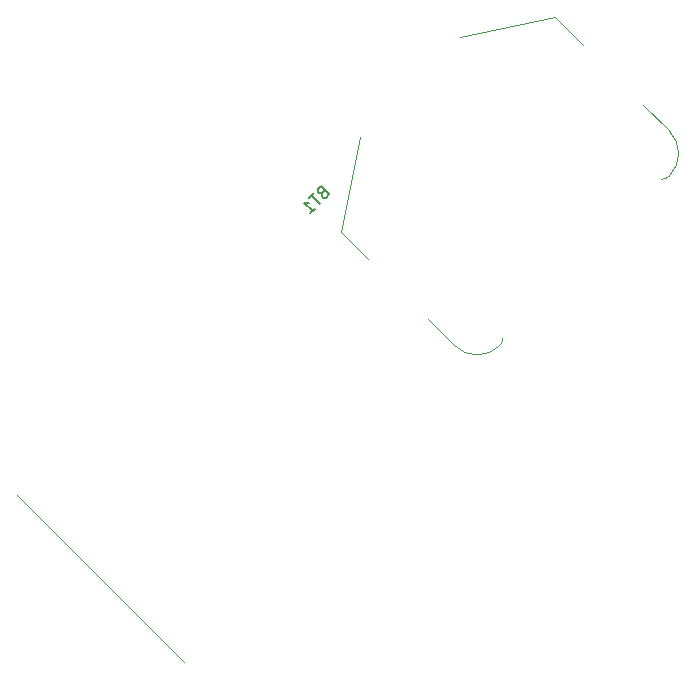
<source format=gbr>
G04 #@! TF.GenerationSoftware,KiCad,Pcbnew,(6.0.9)*
G04 #@! TF.CreationDate,2022-11-30T18:40:26+01:00*
G04 #@! TF.ProjectId,parasite - 45deg,70617261-7369-4746-9520-2d2034356465,1.2.0*
G04 #@! TF.SameCoordinates,Original*
G04 #@! TF.FileFunction,Legend,Bot*
G04 #@! TF.FilePolarity,Positive*
%FSLAX46Y46*%
G04 Gerber Fmt 4.6, Leading zero omitted, Abs format (unit mm)*
G04 Created by KiCad (PCBNEW (6.0.9)) date 2022-11-30 18:40:26*
%MOMM*%
%LPD*%
G01*
G04 APERTURE LIST*
%ADD10C,0.120000*%
%ADD11C,0.150000*%
G04 APERTURE END LIST*
D10*
X59570174Y-90537689D02*
X73712309Y-104679825D01*
D11*
X85414978Y-64945421D02*
X85347634Y-65080108D01*
X85347634Y-65147451D01*
X85381306Y-65248467D01*
X85482321Y-65349482D01*
X85583337Y-65383154D01*
X85650680Y-65383154D01*
X85751695Y-65349482D01*
X86021069Y-65080108D01*
X85313963Y-64373001D01*
X85078260Y-64608703D01*
X85044589Y-64709719D01*
X85044589Y-64777062D01*
X85078260Y-64878077D01*
X85145604Y-64945421D01*
X85246619Y-64979093D01*
X85313963Y-64979093D01*
X85414978Y-64945421D01*
X85650680Y-64709719D01*
X84707871Y-64979093D02*
X84303810Y-65383154D01*
X85212947Y-65888230D02*
X84505840Y-65181123D01*
X84404825Y-66696352D02*
X84808886Y-66292291D01*
X84606856Y-66494322D02*
X83899749Y-65787215D01*
X84068108Y-65820887D01*
X84202795Y-65820887D01*
X84303810Y-65787215D01*
D10*
X97082188Y-51717526D02*
X105143206Y-50055825D01*
X94395183Y-75653091D02*
X96657924Y-77915833D01*
X105143206Y-50055825D02*
X107476658Y-52389278D01*
X88614585Y-60185130D02*
X86970561Y-68228470D01*
X86970561Y-68228470D02*
X89304014Y-70561922D01*
X112567827Y-57480447D02*
X114830569Y-59743188D01*
X96622569Y-77880477D02*
G75*
G03*
X100440946Y-77880477I1909188J1909188D01*
G01*
X114123462Y-63804458D02*
G75*
G03*
X114795213Y-63526210I-1J950003D01*
G01*
X114795212Y-63526209D02*
G75*
G03*
X114795213Y-59707833I-1909188J1909188D01*
G01*
X100440946Y-77880477D02*
G75*
G03*
X100719194Y-77208726I-671752J671751D01*
G01*
M02*

</source>
